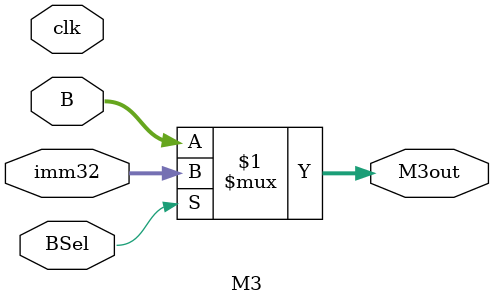
<source format=v>
module M3(clk,B,imm32,BSel,M3out);
  inout clk;
  input [31:0]B;
  input [31:0]imm32;
  input BSel;
  output  [31:0]M3out;
    
  assign M3out=(BSel)?imm32:B;
  
  
endmodule


</source>
